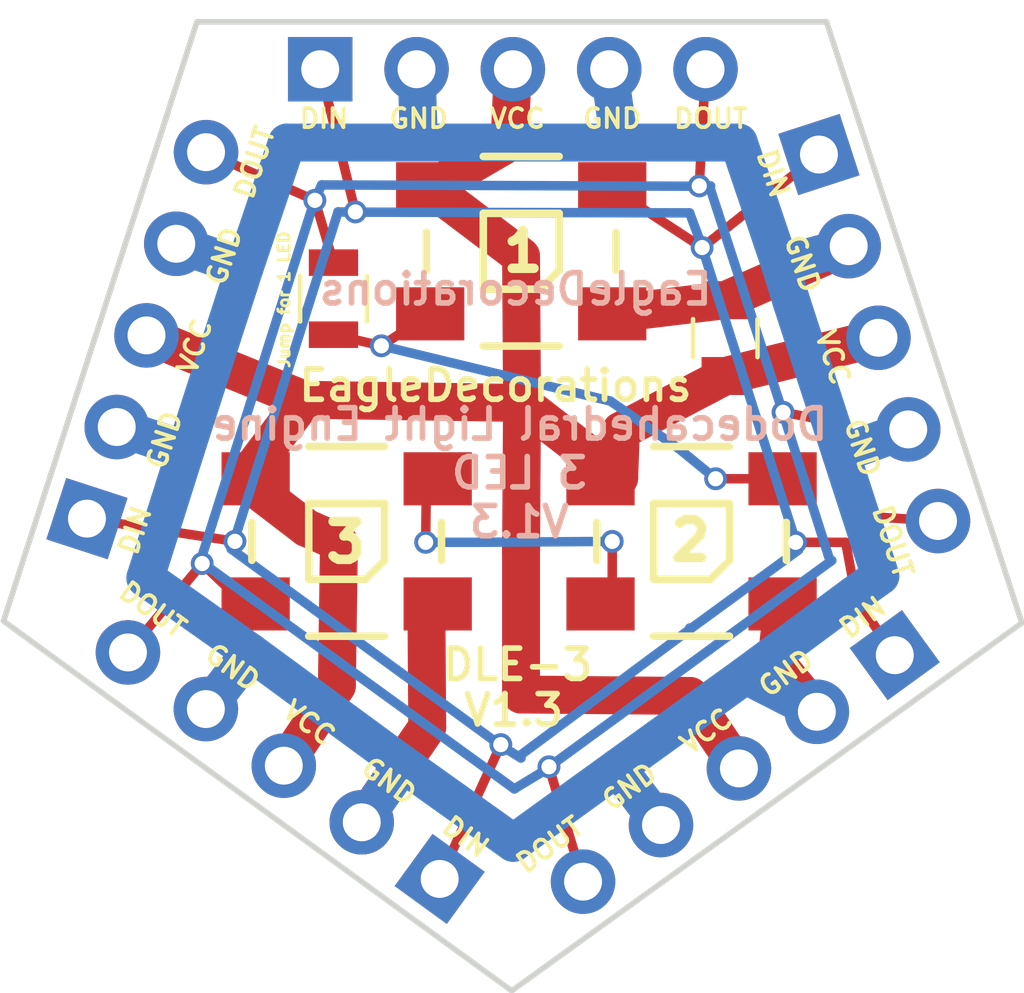
<source format=kicad_pcb>
(kicad_pcb (version 4) (host pcbnew 4.0.7)

  (general
    (links 33)
    (no_connects 2)
    (area 146.106867 80.724999 173.529656 107.125001)
    (thickness 1.6)
    (drawings 15)
    (tracks 149)
    (zones 0)
    (modules 10)
    (nets 9)
  )

  (page A)
  (layers
    (0 F.Cu signal)
    (31 B.Cu signal)
    (32 B.Adhes user)
    (33 F.Adhes user)
    (34 B.Paste user)
    (35 F.Paste user)
    (36 B.SilkS user)
    (37 F.SilkS user)
    (38 B.Mask user)
    (39 F.Mask user)
    (40 Dwgs.User user)
    (41 Cmts.User user)
    (42 Eco1.User user)
    (43 Eco2.User user)
    (44 Edge.Cuts user)
    (45 Margin user)
    (46 B.CrtYd user)
    (47 F.CrtYd user)
    (48 B.Fab user)
    (49 F.Fab user)
  )

  (setup
    (last_trace_width 0.25)
    (user_trace_width 0.5)
    (user_trace_width 1)
    (trace_clearance 0.2)
    (zone_clearance 0.508)
    (zone_45_only no)
    (trace_min 0.2)
    (segment_width 0.2)
    (edge_width 0.15)
    (via_size 0.6)
    (via_drill 0.4)
    (via_min_size 0.4)
    (via_min_drill 0.3)
    (uvia_size 0.3)
    (uvia_drill 0.1)
    (uvias_allowed no)
    (uvia_min_size 0.2)
    (uvia_min_drill 0.1)
    (pcb_text_width 0.3)
    (pcb_text_size 1.5 1.5)
    (mod_edge_width 0.15)
    (mod_text_size 1 1)
    (mod_text_width 0.15)
    (pad_size 1.524 1.524)
    (pad_drill 0.762)
    (pad_to_mask_clearance 0.2)
    (pad_to_paste_clearance -0.003)
    (aux_axis_origin 0 0)
    (visible_elements 7FFFE7FF)
    (pcbplotparams
      (layerselection 0x01008_00000000)
      (usegerberextensions false)
      (excludeedgelayer true)
      (linewidth 0.100000)
      (plotframeref false)
      (viasonmask false)
      (mode 1)
      (useauxorigin false)
      (hpglpennumber 1)
      (hpglpenspeed 20)
      (hpglpendiameter 15)
      (hpglpenoverlay 2)
      (psnegative false)
      (psa4output false)
      (plotreference true)
      (plotvalue true)
      (plotinvisibletext false)
      (padsonsilk false)
      (subtractmaskfromsilk false)
      (outputformat 5)
      (mirror false)
      (drillshape 0)
      (scaleselection 1)
      (outputdirectory SVG/))
  )

  (net 0 "")
  (net 1 /VCC)
  (net 2 /GND)
  (net 3 /DOUT)
  (net 4 /DIN)
  (net 5 "Net-(LED1-Pad4)")
  (net 6 "Net-(LED2-Pad4)")
  (net 7 VCC)
  (net 8 GND)

  (net_class Default "This is the default net class."
    (clearance 0.2)
    (trace_width 0.25)
    (via_dia 0.6)
    (via_drill 0.4)
    (uvia_dia 0.3)
    (uvia_drill 0.1)
    (add_net /DIN)
    (add_net /DOUT)
    (add_net /GND)
    (add_net /VCC)
    (add_net GND)
    (add_net "Net-(LED1-Pad4)")
    (add_net "Net-(LED2-Pad4)")
    (add_net VCC)
  )

  (module WS2812B:WS2812B (layer F.Cu) (tedit 53BEE615) (tstamp 5A4E61E5)
    (at 160.05 87.55 90)
    (path /5A4E626A)
    (fp_text reference " " (at 0 -4.7 90) (layer F.SilkS)
      (effects (font (size 1 1) (thickness 0.2)))
    )
    (fp_text value " " (at 0 4.8 90) (layer F.SilkS) hide
      (effects (font (size 1 1) (thickness 0.2)))
    )
    (fp_line (start -1 -1) (end 1 -1) (layer F.SilkS) (width 0.2))
    (fp_line (start 1 -1) (end 1 1) (layer F.SilkS) (width 0.2))
    (fp_line (start 1 1) (end -0.5 1) (layer F.SilkS) (width 0.2))
    (fp_line (start -0.5 1) (end -1 0.5) (layer F.SilkS) (width 0.2))
    (fp_line (start -1 0.5) (end -1 -1) (layer F.SilkS) (width 0.2))
    (fp_line (start -2.5 -1) (end -2.5 1) (layer F.SilkS) (width 0.2))
    (fp_line (start -0.5 2.5) (end 0.5 2.5) (layer F.SilkS) (width 0.2))
    (fp_line (start 2.5 -1) (end 2.5 1) (layer F.SilkS) (width 0.2))
    (fp_line (start -0.5 -2.5) (end 0.5 -2.5) (layer F.SilkS) (width 0.2))
    (fp_line (start 2.1 2.5) (end 2.5 2.5) (layer Dwgs.User) (width 0.2))
    (fp_line (start -1.2 2.5) (end 1.2 2.5) (layer Dwgs.User) (width 0.2))
    (fp_line (start -2.5 2.5) (end -2.1 2.5) (layer Dwgs.User) (width 0.2))
    (fp_line (start 2.1 -2.5) (end 2.5 -2.5) (layer Dwgs.User) (width 0.2))
    (fp_line (start -1.2 -2.5) (end 1.2 -2.5) (layer Dwgs.User) (width 0.2))
    (fp_line (start -2.5 -2.5) (end -2.1 -2.5) (layer Dwgs.User) (width 0.2))
    (fp_line (start -2.1 -2.7) (end -1.2 -2.7) (layer Dwgs.User) (width 0.2))
    (fp_line (start -1.2 -2.7) (end -1.2 -1.8) (layer Dwgs.User) (width 0.2))
    (fp_line (start -1.2 -1.8) (end -2.1 -1.8) (layer Dwgs.User) (width 0.2))
    (fp_line (start -2.1 -1.8) (end -2.1 -2.7) (layer Dwgs.User) (width 0.2))
    (fp_line (start 2.1 -2.7) (end 1.2 -2.7) (layer Dwgs.User) (width 0.2))
    (fp_line (start 1.2 -2.7) (end 1.2 -1.8) (layer Dwgs.User) (width 0.2))
    (fp_line (start 1.2 -1.8) (end 2.1 -1.8) (layer Dwgs.User) (width 0.2))
    (fp_line (start 2.1 -1.8) (end 2.1 -2.7) (layer Dwgs.User) (width 0.2))
    (fp_line (start -2.1 2.7) (end -2.1 1.8) (layer Dwgs.User) (width 0.2))
    (fp_line (start -2.1 1.8) (end -1.2 1.8) (layer Dwgs.User) (width 0.2))
    (fp_line (start -1.2 1.8) (end -1.2 2.7) (layer Dwgs.User) (width 0.2))
    (fp_line (start -1.2 2.7) (end -2.1 2.7) (layer Dwgs.User) (width 0.2))
    (fp_line (start 1.2 2.7) (end 1.2 1.8) (layer Dwgs.User) (width 0.2))
    (fp_line (start 1.2 1.8) (end 2.1 1.8) (layer Dwgs.User) (width 0.2))
    (fp_line (start 2.1 1.8) (end 2.1 2.7) (layer Dwgs.User) (width 0.2))
    (fp_line (start 2.1 2.7) (end 1.2 2.7) (layer Dwgs.User) (width 0.2))
    (fp_line (start 2.5 -2.5) (end 2.5 2.5) (layer Dwgs.User) (width 0.2))
    (fp_line (start -2.49936 2.49936) (end -2.49936 -2.49936) (layer Dwgs.User) (width 0.2))
    (pad 1 smd rect (at 1.65 -2.4 90) (size 1.4 1.8) (layers F.Cu F.Paste F.Mask)
      (net 1 /VCC))
    (pad 2 smd rect (at -1.65 -2.4 90) (size 1.4 1.8) (layers F.Cu F.Paste F.Mask)
      (net 6 "Net-(LED2-Pad4)"))
    (pad 3 smd rect (at -1.65 2.4 90) (size 1.4 1.8) (layers F.Cu F.Paste F.Mask)
      (net 2 /GND))
    (pad 4 smd rect (at 1.65 2.4 90) (size 1.4 1.8) (layers F.Cu F.Paste F.Mask)
      (net 4 /DIN))
  )

  (module WS2812B:WS2812B (layer F.Cu) (tedit 53BEE615) (tstamp 5A4E61DD)
    (at 164.5412 95.1992 90)
    (path /5A4E621B)
    (fp_text reference " " (at 0 -4.7 90) (layer F.SilkS)
      (effects (font (size 1 1) (thickness 0.2)))
    )
    (fp_text value " " (at 0 4.8 90) (layer F.SilkS) hide
      (effects (font (size 1 1) (thickness 0.2)))
    )
    (fp_line (start -1 -1) (end 1 -1) (layer F.SilkS) (width 0.2))
    (fp_line (start 1 -1) (end 1 1) (layer F.SilkS) (width 0.2))
    (fp_line (start 1 1) (end -0.5 1) (layer F.SilkS) (width 0.2))
    (fp_line (start -0.5 1) (end -1 0.5) (layer F.SilkS) (width 0.2))
    (fp_line (start -1 0.5) (end -1 -1) (layer F.SilkS) (width 0.2))
    (fp_line (start -2.5 -1) (end -2.5 1) (layer F.SilkS) (width 0.2))
    (fp_line (start -0.5 2.5) (end 0.5 2.5) (layer F.SilkS) (width 0.2))
    (fp_line (start 2.5 -1) (end 2.5 1) (layer F.SilkS) (width 0.2))
    (fp_line (start -0.5 -2.5) (end 0.5 -2.5) (layer F.SilkS) (width 0.2))
    (fp_line (start 2.1 2.5) (end 2.5 2.5) (layer Dwgs.User) (width 0.2))
    (fp_line (start -1.2 2.5) (end 1.2 2.5) (layer Dwgs.User) (width 0.2))
    (fp_line (start -2.5 2.5) (end -2.1 2.5) (layer Dwgs.User) (width 0.2))
    (fp_line (start 2.1 -2.5) (end 2.5 -2.5) (layer Dwgs.User) (width 0.2))
    (fp_line (start -1.2 -2.5) (end 1.2 -2.5) (layer Dwgs.User) (width 0.2))
    (fp_line (start -2.5 -2.5) (end -2.1 -2.5) (layer Dwgs.User) (width 0.2))
    (fp_line (start -2.1 -2.7) (end -1.2 -2.7) (layer Dwgs.User) (width 0.2))
    (fp_line (start -1.2 -2.7) (end -1.2 -1.8) (layer Dwgs.User) (width 0.2))
    (fp_line (start -1.2 -1.8) (end -2.1 -1.8) (layer Dwgs.User) (width 0.2))
    (fp_line (start -2.1 -1.8) (end -2.1 -2.7) (layer Dwgs.User) (width 0.2))
    (fp_line (start 2.1 -2.7) (end 1.2 -2.7) (layer Dwgs.User) (width 0.2))
    (fp_line (start 1.2 -2.7) (end 1.2 -1.8) (layer Dwgs.User) (width 0.2))
    (fp_line (start 1.2 -1.8) (end 2.1 -1.8) (layer Dwgs.User) (width 0.2))
    (fp_line (start 2.1 -1.8) (end 2.1 -2.7) (layer Dwgs.User) (width 0.2))
    (fp_line (start -2.1 2.7) (end -2.1 1.8) (layer Dwgs.User) (width 0.2))
    (fp_line (start -2.1 1.8) (end -1.2 1.8) (layer Dwgs.User) (width 0.2))
    (fp_line (start -1.2 1.8) (end -1.2 2.7) (layer Dwgs.User) (width 0.2))
    (fp_line (start -1.2 2.7) (end -2.1 2.7) (layer Dwgs.User) (width 0.2))
    (fp_line (start 1.2 2.7) (end 1.2 1.8) (layer Dwgs.User) (width 0.2))
    (fp_line (start 1.2 1.8) (end 2.1 1.8) (layer Dwgs.User) (width 0.2))
    (fp_line (start 2.1 1.8) (end 2.1 2.7) (layer Dwgs.User) (width 0.2))
    (fp_line (start 2.1 2.7) (end 1.2 2.7) (layer Dwgs.User) (width 0.2))
    (fp_line (start 2.5 -2.5) (end 2.5 2.5) (layer Dwgs.User) (width 0.2))
    (fp_line (start -2.49936 2.49936) (end -2.49936 -2.49936) (layer Dwgs.User) (width 0.2))
    (pad 1 smd rect (at 1.65 -2.4 90) (size 1.4 1.8) (layers F.Cu F.Paste F.Mask)
      (net 1 /VCC))
    (pad 2 smd rect (at -1.65 -2.4 90) (size 1.4 1.8) (layers F.Cu F.Paste F.Mask)
      (net 5 "Net-(LED1-Pad4)"))
    (pad 3 smd rect (at -1.65 2.4 90) (size 1.4 1.8) (layers F.Cu F.Paste F.Mask)
      (net 2 /GND))
    (pad 4 smd rect (at 1.65 2.4 90) (size 1.4 1.8) (layers F.Cu F.Paste F.Mask)
      (net 6 "Net-(LED2-Pad4)"))
  )

  (module WS2812B:WS2812B (layer F.Cu) (tedit 53BEE615) (tstamp 5A4E61D5)
    (at 155.448 95.1992 90)
    (path /5A494509)
    (fp_text reference " " (at 0 -4.7 90) (layer F.SilkS)
      (effects (font (size 1 1) (thickness 0.2)))
    )
    (fp_text value " " (at 0 4.8 90) (layer F.SilkS) hide
      (effects (font (size 1 1) (thickness 0.2)))
    )
    (fp_line (start -1 -1) (end 1 -1) (layer F.SilkS) (width 0.2))
    (fp_line (start 1 -1) (end 1 1) (layer F.SilkS) (width 0.2))
    (fp_line (start 1 1) (end -0.5 1) (layer F.SilkS) (width 0.2))
    (fp_line (start -0.5 1) (end -1 0.5) (layer F.SilkS) (width 0.2))
    (fp_line (start -1 0.5) (end -1 -1) (layer F.SilkS) (width 0.2))
    (fp_line (start -2.5 -1) (end -2.5 1) (layer F.SilkS) (width 0.2))
    (fp_line (start -0.5 2.5) (end 0.5 2.5) (layer F.SilkS) (width 0.2))
    (fp_line (start 2.5 -1) (end 2.5 1) (layer F.SilkS) (width 0.2))
    (fp_line (start -0.5 -2.5) (end 0.5 -2.5) (layer F.SilkS) (width 0.2))
    (fp_line (start 2.1 2.5) (end 2.5 2.5) (layer Dwgs.User) (width 0.2))
    (fp_line (start -1.2 2.5) (end 1.2 2.5) (layer Dwgs.User) (width 0.2))
    (fp_line (start -2.5 2.5) (end -2.1 2.5) (layer Dwgs.User) (width 0.2))
    (fp_line (start 2.1 -2.5) (end 2.5 -2.5) (layer Dwgs.User) (width 0.2))
    (fp_line (start -1.2 -2.5) (end 1.2 -2.5) (layer Dwgs.User) (width 0.2))
    (fp_line (start -2.5 -2.5) (end -2.1 -2.5) (layer Dwgs.User) (width 0.2))
    (fp_line (start -2.1 -2.7) (end -1.2 -2.7) (layer Dwgs.User) (width 0.2))
    (fp_line (start -1.2 -2.7) (end -1.2 -1.8) (layer Dwgs.User) (width 0.2))
    (fp_line (start -1.2 -1.8) (end -2.1 -1.8) (layer Dwgs.User) (width 0.2))
    (fp_line (start -2.1 -1.8) (end -2.1 -2.7) (layer Dwgs.User) (width 0.2))
    (fp_line (start 2.1 -2.7) (end 1.2 -2.7) (layer Dwgs.User) (width 0.2))
    (fp_line (start 1.2 -2.7) (end 1.2 -1.8) (layer Dwgs.User) (width 0.2))
    (fp_line (start 1.2 -1.8) (end 2.1 -1.8) (layer Dwgs.User) (width 0.2))
    (fp_line (start 2.1 -1.8) (end 2.1 -2.7) (layer Dwgs.User) (width 0.2))
    (fp_line (start -2.1 2.7) (end -2.1 1.8) (layer Dwgs.User) (width 0.2))
    (fp_line (start -2.1 1.8) (end -1.2 1.8) (layer Dwgs.User) (width 0.2))
    (fp_line (start -1.2 1.8) (end -1.2 2.7) (layer Dwgs.User) (width 0.2))
    (fp_line (start -1.2 2.7) (end -2.1 2.7) (layer Dwgs.User) (width 0.2))
    (fp_line (start 1.2 2.7) (end 1.2 1.8) (layer Dwgs.User) (width 0.2))
    (fp_line (start 1.2 1.8) (end 2.1 1.8) (layer Dwgs.User) (width 0.2))
    (fp_line (start 2.1 1.8) (end 2.1 2.7) (layer Dwgs.User) (width 0.2))
    (fp_line (start 2.1 2.7) (end 1.2 2.7) (layer Dwgs.User) (width 0.2))
    (fp_line (start 2.5 -2.5) (end 2.5 2.5) (layer Dwgs.User) (width 0.2))
    (fp_line (start -2.49936 2.49936) (end -2.49936 -2.49936) (layer Dwgs.User) (width 0.2))
    (pad 1 smd rect (at 1.65 -2.4 90) (size 1.4 1.8) (layers F.Cu F.Paste F.Mask)
      (net 1 /VCC))
    (pad 2 smd rect (at -1.65 -2.4 90) (size 1.4 1.8) (layers F.Cu F.Paste F.Mask)
      (net 3 /DOUT))
    (pad 3 smd rect (at -1.65 2.4 90) (size 1.4 1.8) (layers F.Cu F.Paste F.Mask)
      (net 2 /GND))
    (pad 4 smd rect (at 1.65 2.4 90) (size 1.4 1.8) (layers F.Cu F.Paste F.Mask)
      (net 5 "Net-(LED1-Pad4)"))
  )

  (module Resistors_SMD:R_0805 (layer F.Cu) (tedit 5A5E56CD) (tstamp 5A5E7D0C)
    (at 155.1 88.8 270)
    (descr "Resistor SMD 0805, reflow soldering, Vishay (see dcrcw.pdf)")
    (tags "resistor 0805")
    (path /5A5E5562)
    (attr smd)
    (fp_text reference " " (at 0 -1.65 270) (layer F.SilkS)
      (effects (font (size 1 1) (thickness 0.15)))
    )
    (fp_text value " " (at 0 1.75 270) (layer F.Fab)
      (effects (font (size 1 1) (thickness 0.15)))
    )
    (fp_text user %R (at 0 0 270) (layer F.Fab)
      (effects (font (size 0.5 0.5) (thickness 0.075)))
    )
    (fp_line (start -1 0.62) (end -1 -0.62) (layer F.Fab) (width 0.1))
    (fp_line (start 1 0.62) (end -1 0.62) (layer F.Fab) (width 0.1))
    (fp_line (start 1 -0.62) (end 1 0.62) (layer F.Fab) (width 0.1))
    (fp_line (start -1 -0.62) (end 1 -0.62) (layer F.Fab) (width 0.1))
    (fp_line (start 0.6 0.88) (end -0.6 0.88) (layer F.SilkS) (width 0.12))
    (fp_line (start -0.6 -0.88) (end 0.6 -0.88) (layer F.SilkS) (width 0.12))
    (fp_line (start -1.55 -0.9) (end 1.55 -0.9) (layer F.CrtYd) (width 0.05))
    (fp_line (start -1.55 -0.9) (end -1.55 0.9) (layer F.CrtYd) (width 0.05))
    (fp_line (start 1.55 0.9) (end 1.55 -0.9) (layer F.CrtYd) (width 0.05))
    (fp_line (start 1.55 0.9) (end -1.55 0.9) (layer F.CrtYd) (width 0.05))
    (pad 1 smd rect (at -0.95 0 270) (size 0.7 1.3) (layers F.Cu F.Paste F.Mask)
      (net 3 /DOUT))
    (pad 2 smd rect (at 0.95 0 270) (size 0.7 1.3) (layers F.Cu F.Paste F.Mask)
      (net 6 "Net-(LED2-Pad4)"))
    (model ${KISYS3DMOD}/Resistors_SMD.3dshapes/R_0805.wrl
      (at (xyz 0 0 0))
      (scale (xyz 1 1 1))
      (rotate (xyz 0 0 0))
    )
  )

  (module SmallHeader:Pin_Header_Straight_1x05_Pitch2.54mm (layer F.Cu) (tedit 5A61258E) (tstamp 5A4D6E33)
    (at 157.9 104.1 234)
    (descr "Through hole straight pin header, 1x05, 2.54mm pitch, single row")
    (tags "Through hole pin header THT 1x05 2.54mm single row")
    (path /5A4CFF95)
    (fp_text reference " " (at 0 -2.33 234) (layer F.SilkS)
      (effects (font (size 1 1) (thickness 0.15)))
    )
    (fp_text value " " (at 0 12.49 234) (layer F.Fab)
      (effects (font (size 1 1) (thickness 0.15)))
    )
    (fp_line (start -1.275 -1.275) (end 1.275 -1.275) (layer F.Fab) (width 0.1))
    (fp_line (start -1.275 1.4) (end -1.275 -1.275) (layer F.Fab) (width 0.1))
    (fp_text user GND (at -1.3 2.6 324) (layer F.SilkS)
      (effects (font (size 0.5 0.5) (thickness 0.1)))
    )
    (fp_text user DOUT (at -1.3 10.3 324) (layer F.SilkS)
      (effects (font (size 0.5 0.5) (thickness 0.1)))
    )
    (fp_text user GND (at -1.3 7.7 324) (layer F.SilkS)
      (effects (font (size 0.5 0.5) (thickness 0.1)))
    )
    (fp_text user DIN (at -1.3 0.1 324) (layer F.SilkS)
      (effects (font (size 0.5 0.5) (thickness 0.1)))
    )
    (fp_text user VCC (at -1.3 5.2 324) (layer F.SilkS)
      (effects (font (size 0.5 0.5) (thickness 0.1)))
    )
    (fp_line (start -0.635 -1.27) (end 1.27 -1.27) (layer F.Fab) (width 0.1))
    (fp_line (start 1.27 -1.27) (end 1.27 11.43) (layer F.Fab) (width 0.1))
    (fp_line (start 1.27 11.43) (end -1.27 11.43) (layer F.Fab) (width 0.1))
    (fp_line (start -1.27 11.43) (end -1.27 -0.635) (layer F.Fab) (width 0.1))
    (fp_line (start -1.8 -1.8) (end -1.8 11.95) (layer F.CrtYd) (width 0.05))
    (fp_line (start -1.8 11.95) (end 1.8 11.95) (layer F.CrtYd) (width 0.05))
    (fp_line (start 1.8 11.95) (end 1.8 -1.8) (layer F.CrtYd) (width 0.05))
    (fp_line (start 1.8 -1.8) (end -1.8 -1.8) (layer F.CrtYd) (width 0.05))
    (fp_text user %R (at 0 5.08 324) (layer F.Fab)
      (effects (font (size 1 1) (thickness 0.15)))
    )
    (pad 1 thru_hole rect (at 0 0 234) (size 1.7 1.7) (drill 1) (layers *.Cu *.Mask)
      (net 4 /DIN))
    (pad 2 thru_hole oval (at 0 2.54 234) (size 1.7 1.7) (drill 1) (layers *.Cu *.Mask)
      (net 2 /GND))
    (pad 3 thru_hole oval (at 0 5.08 234) (size 1.7 1.7) (drill 1) (layers *.Cu *.Mask)
      (net 1 /VCC))
    (pad 4 thru_hole oval (at 0 7.62 234) (size 1.7 1.7) (drill 1) (layers *.Cu *.Mask)
      (net 2 /GND))
    (pad 5 thru_hole oval (at 0 10.16 234) (size 1.7 1.7) (drill 1) (layers *.Cu *.Mask)
      (net 3 /DOUT))
    (model ${KISYS3DMOD}/Pin_Headers.3dshapes/Pin_Header_Straight_1x05_Pitch2.54mm.wrl
      (at (xyz 0 0 0))
      (scale (xyz 1 1 1))
      (rotate (xyz 0 0 0))
    )
  )

  (module SmallHeader:Pin_Header_Straight_1x05_Pitch2.54mm (layer F.Cu) (tedit 5A61258E) (tstamp 5A4D6E1B)
    (at 154.75 82.75 90)
    (descr "Through hole straight pin header, 1x05, 2.54mm pitch, single row")
    (tags "Through hole pin header THT 1x05 2.54mm single row")
    (path /5A4CFE42)
    (fp_text reference " " (at 0 -2.33 90) (layer F.SilkS)
      (effects (font (size 1 1) (thickness 0.15)))
    )
    (fp_text value " " (at 0 12.49 90) (layer F.Fab)
      (effects (font (size 1 1) (thickness 0.15)))
    )
    (fp_line (start -1.275 -1.275) (end 1.275 -1.275) (layer F.Fab) (width 0.1))
    (fp_line (start -1.275 1.4) (end -1.275 -1.275) (layer F.Fab) (width 0.1))
    (fp_text user GND (at -1.3 2.6 180) (layer F.SilkS)
      (effects (font (size 0.5 0.5) (thickness 0.1)))
    )
    (fp_text user DOUT (at -1.3 10.3 180) (layer F.SilkS)
      (effects (font (size 0.5 0.5) (thickness 0.1)))
    )
    (fp_text user GND (at -1.3 7.7 180) (layer F.SilkS)
      (effects (font (size 0.5 0.5) (thickness 0.1)))
    )
    (fp_text user DIN (at -1.3 0.1 180) (layer F.SilkS)
      (effects (font (size 0.5 0.5) (thickness 0.1)))
    )
    (fp_text user VCC (at -1.3 5.2 180) (layer F.SilkS)
      (effects (font (size 0.5 0.5) (thickness 0.1)))
    )
    (fp_line (start -0.635 -1.27) (end 1.27 -1.27) (layer F.Fab) (width 0.1))
    (fp_line (start 1.27 -1.27) (end 1.27 11.43) (layer F.Fab) (width 0.1))
    (fp_line (start 1.27 11.43) (end -1.27 11.43) (layer F.Fab) (width 0.1))
    (fp_line (start -1.27 11.43) (end -1.27 -0.635) (layer F.Fab) (width 0.1))
    (fp_line (start -1.8 -1.8) (end -1.8 11.95) (layer F.CrtYd) (width 0.05))
    (fp_line (start -1.8 11.95) (end 1.8 11.95) (layer F.CrtYd) (width 0.05))
    (fp_line (start 1.8 11.95) (end 1.8 -1.8) (layer F.CrtYd) (width 0.05))
    (fp_line (start 1.8 -1.8) (end -1.8 -1.8) (layer F.CrtYd) (width 0.05))
    (fp_text user %R (at 0 5.08 180) (layer F.Fab)
      (effects (font (size 1 1) (thickness 0.15)))
    )
    (pad 1 thru_hole rect (at 0 0 90) (size 1.7 1.7) (drill 1) (layers *.Cu *.Mask)
      (net 4 /DIN))
    (pad 2 thru_hole oval (at 0 2.54 90) (size 1.7 1.7) (drill 1) (layers *.Cu *.Mask)
      (net 2 /GND))
    (pad 3 thru_hole oval (at 0 5.08 90) (size 1.7 1.7) (drill 1) (layers *.Cu *.Mask)
      (net 1 /VCC))
    (pad 4 thru_hole oval (at 0 7.62 90) (size 1.7 1.7) (drill 1) (layers *.Cu *.Mask)
      (net 2 /GND))
    (pad 5 thru_hole oval (at 0 10.16 90) (size 1.7 1.7) (drill 1) (layers *.Cu *.Mask)
      (net 3 /DOUT))
    (model ${KISYS3DMOD}/Pin_Headers.3dshapes/Pin_Header_Straight_1x05_Pitch2.54mm.wrl
      (at (xyz 0 0 0))
      (scale (xyz 1 1 1))
      (rotate (xyz 0 0 0))
    )
  )

  (module SmallHeader:Pin_Header_Straight_1x05_Pitch2.54mm (layer F.Cu) (tedit 5A61258E) (tstamp 5A4D6E23)
    (at 169.9 98.2 306)
    (descr "Through hole straight pin header, 1x05, 2.54mm pitch, single row")
    (tags "Through hole pin header THT 1x05 2.54mm single row")
    (path /5A4CFF32)
    (fp_text reference " " (at 0 -2.33 306) (layer F.SilkS)
      (effects (font (size 1 1) (thickness 0.15)))
    )
    (fp_text value " " (at 0 12.49 306) (layer F.Fab)
      (effects (font (size 1 1) (thickness 0.15)))
    )
    (fp_line (start -1.275 -1.275) (end 1.275 -1.275) (layer F.Fab) (width 0.1))
    (fp_line (start -1.275 1.4) (end -1.275 -1.275) (layer F.Fab) (width 0.1))
    (fp_text user GND (at -1.3 2.6 396) (layer F.SilkS)
      (effects (font (size 0.5 0.5) (thickness 0.1)))
    )
    (fp_text user DOUT (at -1.3 10.3 396) (layer F.SilkS)
      (effects (font (size 0.5 0.5) (thickness 0.1)))
    )
    (fp_text user GND (at -1.3 7.7 396) (layer F.SilkS)
      (effects (font (size 0.5 0.5) (thickness 0.1)))
    )
    (fp_text user DIN (at -1.3 0.1 396) (layer F.SilkS)
      (effects (font (size 0.5 0.5) (thickness 0.1)))
    )
    (fp_text user VCC (at -1.3 5.2 396) (layer F.SilkS)
      (effects (font (size 0.5 0.5) (thickness 0.1)))
    )
    (fp_line (start -0.635 -1.27) (end 1.27 -1.27) (layer F.Fab) (width 0.1))
    (fp_line (start 1.27 -1.27) (end 1.27 11.43) (layer F.Fab) (width 0.1))
    (fp_line (start 1.27 11.43) (end -1.27 11.43) (layer F.Fab) (width 0.1))
    (fp_line (start -1.27 11.43) (end -1.27 -0.635) (layer F.Fab) (width 0.1))
    (fp_line (start -1.8 -1.8) (end -1.8 11.95) (layer F.CrtYd) (width 0.05))
    (fp_line (start -1.8 11.95) (end 1.8 11.95) (layer F.CrtYd) (width 0.05))
    (fp_line (start 1.8 11.95) (end 1.8 -1.8) (layer F.CrtYd) (width 0.05))
    (fp_line (start 1.8 -1.8) (end -1.8 -1.8) (layer F.CrtYd) (width 0.05))
    (fp_text user %R (at 0 5.08 396) (layer F.Fab)
      (effects (font (size 1 1) (thickness 0.15)))
    )
    (pad 1 thru_hole rect (at 0 0 306) (size 1.7 1.7) (drill 1) (layers *.Cu *.Mask)
      (net 4 /DIN))
    (pad 2 thru_hole oval (at 0 2.54 306) (size 1.7 1.7) (drill 1) (layers *.Cu *.Mask)
      (net 2 /GND))
    (pad 3 thru_hole oval (at 0 5.08 306) (size 1.7 1.7) (drill 1) (layers *.Cu *.Mask)
      (net 1 /VCC))
    (pad 4 thru_hole oval (at 0 7.62 306) (size 1.7 1.7) (drill 1) (layers *.Cu *.Mask)
      (net 2 /GND))
    (pad 5 thru_hole oval (at 0 10.16 306) (size 1.7 1.7) (drill 1) (layers *.Cu *.Mask)
      (net 3 /DOUT))
    (model ${KISYS3DMOD}/Pin_Headers.3dshapes/Pin_Header_Straight_1x05_Pitch2.54mm.wrl
      (at (xyz 0 0 0))
      (scale (xyz 1 1 1))
      (rotate (xyz 0 0 0))
    )
  )

  (module SmallHeader:Pin_Header_Straight_1x05_Pitch2.54mm (layer F.Cu) (tedit 5A61258E) (tstamp 5A4D6E2B)
    (at 167.9 85 18)
    (descr "Through hole straight pin header, 1x05, 2.54mm pitch, single row")
    (tags "Through hole pin header THT 1x05 2.54mm single row")
    (path /5A4CFF68)
    (fp_text reference " " (at 0 -2.33 18) (layer F.SilkS)
      (effects (font (size 1 1) (thickness 0.15)))
    )
    (fp_text value " " (at 0 12.49 18) (layer F.Fab)
      (effects (font (size 1 1) (thickness 0.15)))
    )
    (fp_line (start -1.275 -1.275) (end 1.275 -1.275) (layer F.Fab) (width 0.1))
    (fp_line (start -1.275 1.4) (end -1.275 -1.275) (layer F.Fab) (width 0.1))
    (fp_text user GND (at -1.3 2.6 108) (layer F.SilkS)
      (effects (font (size 0.5 0.5) (thickness 0.1)))
    )
    (fp_text user DOUT (at -1.3 10.3 108) (layer F.SilkS)
      (effects (font (size 0.5 0.5) (thickness 0.1)))
    )
    (fp_text user GND (at -1.3 7.7 108) (layer F.SilkS)
      (effects (font (size 0.5 0.5) (thickness 0.1)))
    )
    (fp_text user DIN (at -1.3 0.1 108) (layer F.SilkS)
      (effects (font (size 0.5 0.5) (thickness 0.1)))
    )
    (fp_text user VCC (at -1.3 5.2 108) (layer F.SilkS)
      (effects (font (size 0.5 0.5) (thickness 0.1)))
    )
    (fp_line (start -0.635 -1.27) (end 1.27 -1.27) (layer F.Fab) (width 0.1))
    (fp_line (start 1.27 -1.27) (end 1.27 11.43) (layer F.Fab) (width 0.1))
    (fp_line (start 1.27 11.43) (end -1.27 11.43) (layer F.Fab) (width 0.1))
    (fp_line (start -1.27 11.43) (end -1.27 -0.635) (layer F.Fab) (width 0.1))
    (fp_line (start -1.8 -1.8) (end -1.8 11.95) (layer F.CrtYd) (width 0.05))
    (fp_line (start -1.8 11.95) (end 1.8 11.95) (layer F.CrtYd) (width 0.05))
    (fp_line (start 1.8 11.95) (end 1.8 -1.8) (layer F.CrtYd) (width 0.05))
    (fp_line (start 1.8 -1.8) (end -1.8 -1.8) (layer F.CrtYd) (width 0.05))
    (fp_text user %R (at 0 5.08 108) (layer F.Fab)
      (effects (font (size 1 1) (thickness 0.15)))
    )
    (pad 1 thru_hole rect (at 0 0 18) (size 1.7 1.7) (drill 1) (layers *.Cu *.Mask)
      (net 4 /DIN))
    (pad 2 thru_hole oval (at 0 2.54 18) (size 1.7 1.7) (drill 1) (layers *.Cu *.Mask)
      (net 2 /GND))
    (pad 3 thru_hole oval (at 0 5.08 18) (size 1.7 1.7) (drill 1) (layers *.Cu *.Mask)
      (net 1 /VCC))
    (pad 4 thru_hole oval (at 0 7.62 18) (size 1.7 1.7) (drill 1) (layers *.Cu *.Mask)
      (net 2 /GND))
    (pad 5 thru_hole oval (at 0 10.16 18) (size 1.7 1.7) (drill 1) (layers *.Cu *.Mask)
      (net 3 /DOUT))
    (model ${KISYS3DMOD}/Pin_Headers.3dshapes/Pin_Header_Straight_1x05_Pitch2.54mm.wrl
      (at (xyz 0 0 0))
      (scale (xyz 1 1 1))
      (rotate (xyz 0 0 0))
    )
  )

  (module SmallHeader:Pin_Header_Straight_1x05_Pitch2.54mm (layer F.Cu) (tedit 5A61258E) (tstamp 5A4D6E3B)
    (at 148.6 94.6 162)
    (descr "Through hole straight pin header, 1x05, 2.54mm pitch, single row")
    (tags "Through hole pin header THT 1x05 2.54mm single row")
    (path /5A4CFF73)
    (fp_text reference " " (at 0 -2.33 162) (layer F.SilkS)
      (effects (font (size 1 1) (thickness 0.15)))
    )
    (fp_text value " " (at 0 12.49 162) (layer F.Fab)
      (effects (font (size 1 1) (thickness 0.15)))
    )
    (fp_line (start -1.275 -1.275) (end 1.275 -1.275) (layer F.Fab) (width 0.1))
    (fp_line (start -1.275 1.4) (end -1.275 -1.275) (layer F.Fab) (width 0.1))
    (fp_text user GND (at -1.3 2.6 252) (layer F.SilkS)
      (effects (font (size 0.5 0.5) (thickness 0.1)))
    )
    (fp_text user DOUT (at -1.3 10.3 252) (layer F.SilkS)
      (effects (font (size 0.5 0.5) (thickness 0.1)))
    )
    (fp_text user GND (at -1.3 7.7 252) (layer F.SilkS)
      (effects (font (size 0.5 0.5) (thickness 0.1)))
    )
    (fp_text user DIN (at -1.3 0.1 252) (layer F.SilkS)
      (effects (font (size 0.5 0.5) (thickness 0.1)))
    )
    (fp_text user VCC (at -1.3 5.2 252) (layer F.SilkS)
      (effects (font (size 0.5 0.5) (thickness 0.1)))
    )
    (fp_line (start -0.635 -1.27) (end 1.27 -1.27) (layer F.Fab) (width 0.1))
    (fp_line (start 1.27 -1.27) (end 1.27 11.43) (layer F.Fab) (width 0.1))
    (fp_line (start 1.27 11.43) (end -1.27 11.43) (layer F.Fab) (width 0.1))
    (fp_line (start -1.27 11.43) (end -1.27 -0.635) (layer F.Fab) (width 0.1))
    (fp_line (start -1.8 -1.8) (end -1.8 11.95) (layer F.CrtYd) (width 0.05))
    (fp_line (start -1.8 11.95) (end 1.8 11.95) (layer F.CrtYd) (width 0.05))
    (fp_line (start 1.8 11.95) (end 1.8 -1.8) (layer F.CrtYd) (width 0.05))
    (fp_line (start 1.8 -1.8) (end -1.8 -1.8) (layer F.CrtYd) (width 0.05))
    (fp_text user %R (at 0 5.08 252) (layer F.Fab)
      (effects (font (size 1 1) (thickness 0.15)))
    )
    (pad 1 thru_hole rect (at 0 0 162) (size 1.7 1.7) (drill 1) (layers *.Cu *.Mask)
      (net 4 /DIN))
    (pad 2 thru_hole oval (at 0 2.54 162) (size 1.7 1.7) (drill 1) (layers *.Cu *.Mask)
      (net 2 /GND))
    (pad 3 thru_hole oval (at 0 5.08 162) (size 1.7 1.7) (drill 1) (layers *.Cu *.Mask)
      (net 1 /VCC))
    (pad 4 thru_hole oval (at 0 7.62 162) (size 1.7 1.7) (drill 1) (layers *.Cu *.Mask)
      (net 2 /GND))
    (pad 5 thru_hole oval (at 0 10.16 162) (size 1.7 1.7) (drill 1) (layers *.Cu *.Mask)
      (net 3 /DOUT))
    (model ${KISYS3DMOD}/Pin_Headers.3dshapes/Pin_Header_Straight_1x05_Pitch2.54mm.wrl
      (at (xyz 0 0 0))
      (scale (xyz 1 1 1))
      (rotate (xyz 0 0 0))
    )
  )

  (module Capacitors_SMD:C_0805 (layer F.Cu) (tedit 5ADD47CE) (tstamp 5ADD4602)
    (at 165.43 89.84 90)
    (descr "Capacitor SMD 0805, reflow soldering, AVX (see smccp.pdf)")
    (tags "capacitor 0805")
    (path /5ADD44D3)
    (attr smd)
    (fp_text reference " " (at 0 -1.5 90) (layer F.SilkS)
      (effects (font (size 1 1) (thickness 0.15)))
    )
    (fp_text value "" (at 0 1.75 90) (layer F.Fab)
      (effects (font (size 1 1) (thickness 0.15)))
    )
    (fp_text user %R (at 0 -1.5 90) (layer F.Fab)
      (effects (font (size 1 1) (thickness 0.15)))
    )
    (fp_line (start -1 0.62) (end -1 -0.62) (layer F.Fab) (width 0.1))
    (fp_line (start 1 0.62) (end -1 0.62) (layer F.Fab) (width 0.1))
    (fp_line (start 1 -0.62) (end 1 0.62) (layer F.Fab) (width 0.1))
    (fp_line (start -1 -0.62) (end 1 -0.62) (layer F.Fab) (width 0.1))
    (fp_line (start 0.5 -0.85) (end -0.5 -0.85) (layer F.SilkS) (width 0.12))
    (fp_line (start -0.5 0.85) (end 0.5 0.85) (layer F.SilkS) (width 0.12))
    (fp_line (start -1.75 -0.88) (end 1.75 -0.88) (layer F.CrtYd) (width 0.05))
    (fp_line (start -1.75 -0.88) (end -1.75 0.87) (layer F.CrtYd) (width 0.05))
    (fp_line (start 1.75 0.87) (end 1.75 -0.88) (layer F.CrtYd) (width 0.05))
    (fp_line (start 1.75 0.87) (end -1.75 0.87) (layer F.CrtYd) (width 0.05))
    (pad 1 smd rect (at -1 0 90) (size 1 1.25) (layers F.Cu F.Paste F.Mask)
      (net 7 VCC))
    (pad 2 smd rect (at 1 0 90) (size 1 1.25) (layers F.Cu F.Paste F.Mask)
      (net 8 GND))
    (model Capacitors_SMD.3dshapes/C_0805.wrl
      (at (xyz 0 0 0))
      (scale (xyz 1 1 1))
      (rotate (xyz 0 0 0))
    )
  )

  (gr_text 2 (at 164.5158 95.1738) (layer F.SilkS)
    (effects (font (size 1 1) (thickness 0.25)))
  )
  (gr_text 3 (at 155.4226 95.2246) (layer F.SilkS)
    (effects (font (size 1 1) (thickness 0.25)))
  )
  (gr_text 1 (at 160.1 87.55) (layer F.SilkS)
    (effects (font (size 1 1) (thickness 0.25)))
  )
  (gr_text "Dodecahedral Light Engine\n3 LED\nV1.3" (at 160 93.4) (layer B.SilkS)
    (effects (font (size 0.8 0.8) (thickness 0.15)) (justify mirror))
  )
  (gr_text EagleDecorations (at 159.9 88.55) (layer B.SilkS)
    (effects (font (size 0.8 0.8) (thickness 0.15)) (justify mirror))
  )
  (gr_text "Jump for 1 LED" (at 153.797 88.8238 90) (layer F.SilkS)
    (effects (font (size 0.3 0.3) (thickness 0.075)))
  )
  (gr_line (start 151.5 81.5) (end 146.4 97.3) (angle 90) (layer Edge.Cuts) (width 0.15))
  (gr_line (start 168.1 81.5) (end 151.5 81.5) (angle 90) (layer Edge.Cuts) (width 0.15))
  (gr_line (start 173.25 97.35) (end 168.1 81.5) (angle 90) (layer Edge.Cuts) (width 0.15))
  (gr_line (start 159.8 107.05) (end 173.25 97.35) (angle 90) (layer Edge.Cuts) (width 0.15))
  (gr_line (start 146.4 97.3) (end 159.8 107.05) (angle 90) (layer Edge.Cuts) (width 0.15))
  (gr_text V1.3 (at 159.85 99.65) (layer F.SilkS)
    (effects (font (size 0.8 0.8) (thickness 0.15)))
  )
  (gr_text DLE-3 (at 159.95 98.45) (layer F.SilkS)
    (effects (font (size 0.8 0.8) (thickness 0.15)))
  )
  (gr_text EagleDecorations (at 159.37 91.09) (layer F.SilkS)
    (effects (font (size 0.8 0.8) (thickness 0.15)))
  )
  (gr_line (start 146.404628 97.295691) (end 150.7705 83.85892) (layer Edge.Cuts) (width 0.1))

  (segment (start 164.53104 91.53144) (end 164.527313 91.539467) (width 0.5) (layer F.Cu) (net 0) (tstamp 5A4E5ADC))
  (segment (start 160.071797 91.55079) (end 160.0454 95.4532) (width 1) (layer F.Cu) (net 1) (tstamp 5ADD4F0D))
  (segment (start 160.0454 95.4532) (end 160.0454 95.453199) (width 1) (layer F.Cu) (net 1) (tstamp 5ADD4F10))
  (segment (start 154.3304 91.4654) (end 160.071797 91.55079) (width 1) (layer F.Cu) (net 1) (tstamp 5ADD4DFF))
  (segment (start 155.189292 99.009373) (end 153.790194 101.114051) (width 1) (layer F.Cu) (net 1) (tstamp 5AA2C536))
  (segment (start 165.790194 101.185949) (end 164.5 99.275) (width 1) (layer F.Cu) (net 1) (tstamp 5AA027F3))
  (segment (start 164.5 99.275) (end 160.0454 99.2378) (width 1) (layer F.Cu) (net 1) (tstamp 5AA027F6))
  (segment (start 160.0454 99.2378) (end 160.0454 95.453199) (width 1) (layer F.Cu) (net 1) (tstamp 5AA027FE))
  (segment (start 160.0454 95.453199) (end 160.054302 95.211436) (width 1) (layer F.Cu) (net 1) (tstamp 5ADD4F11))
  (segment (start 160.054302 95.211436) (end 160.070362 95.211432) (width 0.5) (layer F.Cu) (net 1) (tstamp 5AA02803))
  (segment (start 155.188983 99.038058) (end 155.189292 99.009373) (width 0.5) (layer F.Cu) (net 1) (tstamp 5A4E5B09))
  (segment (start 155.189292 99.009373) (end 155.2448 95.2246) (width 1) (layer F.Cu) (net 1) (tstamp 5AA2C534))
  (segment (start 150.169806 89.768633) (end 154.3304 91.4654) (width 1) (layer F.Cu) (net 1) (tstamp 5A5E3848))
  (segment (start 154.3304 91.4654) (end 152.75 93.55) (width 1) (layer F.Cu) (net 1) (tstamp 5A5E3849) (status 20))
  (segment (start 159.83 82.75) (end 159.7406 84.6836) (width 1) (layer F.Cu) (net 1) (tstamp 5A5E383C) (status 20))
  (segment (start 159.7406 84.6836) (end 157.65 85.9) (width 1) (layer F.Cu) (net 1) (tstamp 5ADD4D45) (status 20))
  (segment (start 152.66872 93.52968) (end 154.386116 94.845215) (width 1) (layer F.Cu) (net 1) (tstamp 5A4E5AFD) (status 10))
  (segment (start 157.69064 85.9) (end 160.0454 87.6808) (width 1) (layer F.Cu) (net 1) (tstamp 5A4E5AC5) (status 10))
  (segment (start 160.0454 87.6808) (end 160.071797 91.55079) (width 1) (layer F.Cu) (net 1) (tstamp 5A4E5AC9))
  (segment (start 154.386116 94.845215) (end 154.387716 94.846421) (width 0.25) (layer F.Cu) (net 1) (tstamp 5A4D74C6))
  (segment (start 152.66872 93.52968) (end 152.66872 93.52968) (width 0.25) (layer F.Cu) (net 1) (tstamp 5A4D7139) (status 30))
  (segment (start 154.386116 94.845215) (end 155.2448 95.2246) (width 1) (layer F.Cu) (net 1) (tstamp 5A4E5AFE))
  (segment (start 160.071797 91.55079) (end 162.63288 93.52968) (width 1) (layer F.Cu) (net 1) (tstamp 5A4E5ACD) (status 20))
  (segment (start 162.678836 92.281612) (end 162.63288 93.52968) (width 1) (layer F.Cu) (net 1) (tstamp 5ADD48E0) (status 20))
  (segment (start 162.678836 92.28161) (end 162.678836 92.281612) (width 0.5) (layer F.Cu) (net 1) (tstamp 5ADD48DF))
  (segment (start 162.68 92.25) (end 162.678836 92.281612) (width 0.5) (layer F.Cu) (net 1) (tstamp 5A4E5ADE) (status 20))
  (segment (start 167.845097 99.692975) (end 166.7764 98.3996) (width 1) (layer F.Cu) (net 2) (tstamp 5ADE5CB5))
  (segment (start 166.7764 98.3996) (end 166.9412 96.8492) (width 1) (layer F.Cu) (net 2) (tstamp 5ADE5CB9))
  (segment (start 155.845097 102.607025) (end 156.9212 101.0666) (width 1) (layer B.Cu) (net 2) (tstamp 5ADD4A0B))
  (segment (start 165.43 88.84) (end 162.45 89.2) (width 1) (layer F.Cu) (net 2) (tstamp 5ADD48C7))
  (segment (start 159.8422 103.1494) (end 162.5854 101.1682) (width 1) (layer B.Cu) (net 2) (tstamp 5A5E4D45))
  (segment (start 156.9212 101.0666) (end 159.8422 103.1494) (width 1) (layer B.Cu) (net 2) (tstamp 5A5E4D5A))
  (segment (start 155.845097 102.607025) (end 157.571927 100.099783) (width 1) (layer F.Cu) (net 2) (tstamp 5A5E4DA6))
  (segment (start 157.571927 100.099783) (end 157.55 96.85) (width 1) (layer F.Cu) (net 2) (tstamp 5A5E4DA7) (status 20))
  (segment (start 168.8084 96.6216) (end 168.80815 96.621255) (width 0.5) (layer B.Cu) (net 2) (tstamp 5A5E4D97))
  (segment (start 167.221744 88.887308) (end 167.1828 88.9) (width 0.5) (layer B.Cu) (net 2) (tstamp 5A5E4D8F))
  (segment (start 150.954709 87.352949) (end 152.7556 87.9856) (width 1) (layer B.Cu) (net 2) (tstamp 5A5E4D87))
  (segment (start 152.7556 87.9856) (end 152.7556 87.985601) (width 0.5) (layer B.Cu) (net 2) (tstamp 5A5E4D89))
  (segment (start 149.384903 92.184316) (end 151.2062 92.7862) (width 1) (layer B.Cu) (net 2) (tstamp 5A5E4D82))
  (segment (start 151.2062 92.7862) (end 151.2062 92.786199) (width 0.5) (layer B.Cu) (net 2) (tstamp 5A5E4D84))
  (segment (start 157.29 82.75) (end 157.353 84.6836) (width 1) (layer B.Cu) (net 2) (tstamp 5A5E4D7A) (status 10))
  (segment (start 162.37 82.75) (end 162.6362 84.6836) (width 1) (layer B.Cu) (net 2) (tstamp 5A5E4D75) (status 10))
  (segment (start 168.684903 87.415684) (end 166.878 87.9094) (width 1) (layer B.Cu) (net 2) (tstamp 5A5E4D70))
  (segment (start 170.254709 92.247051) (end 168.4782 92.8878) (width 1) (layer B.Cu) (net 2) (tstamp 5A5E4D6B))
  (segment (start 167.845097 99.692975) (end 165.9636 98.7298) (width 1) (layer B.Cu) (net 2) (tstamp 5A5E4D66))
  (segment (start 163.735291 102.678924) (end 162.5854 101.1682) (width 1) (layer B.Cu) (net 2) (tstamp 5A5E4D61))
  (segment (start 153.8732 84.6836) (end 152.7556 87.985601) (width 1) (layer B.Cu) (net 2) (tstamp 5A5E4D42))
  (segment (start 152.7556 87.985601) (end 151.2062 92.786199) (width 1) (layer B.Cu) (net 2) (tstamp 5A5E4D8A))
  (segment (start 151.2062 92.786199) (end 150.1394 96.1644) (width 1) (layer B.Cu) (net 2) (tstamp 5A5E4D85))
  (segment (start 165.7858 84.6836) (end 162.6362 84.6836) (width 1) (layer B.Cu) (net 2) (tstamp 5A5E4D49))
  (segment (start 162.6362 84.6836) (end 157.353 84.6836) (width 1) (layer B.Cu) (net 2) (tstamp 5A5E4D78))
  (segment (start 157.353 84.6836) (end 153.8732 84.6836) (width 1) (layer B.Cu) (net 2) (tstamp 5A5E4D7D))
  (segment (start 169.5196 96.1136) (end 168.4782 92.8878) (width 1) (layer B.Cu) (net 2) (tstamp 5A5E4D47))
  (segment (start 168.4782 92.8878) (end 167.1828 88.9) (width 1) (layer B.Cu) (net 2) (tstamp 5A5E4D6E))
  (segment (start 167.1828 88.9) (end 166.878 87.9094) (width 1) (layer B.Cu) (net 2) (tstamp 5A5E4D92))
  (segment (start 166.878 87.9094) (end 165.7858 84.6836) (width 1) (layer B.Cu) (net 2) (tstamp 5A5E4D73))
  (segment (start 162.5854 101.1682) (end 165.9636 98.7298) (width 1) (layer B.Cu) (net 2) (tstamp 5A5E4D64))
  (segment (start 165.9636 98.7298) (end 168.80815 96.621255) (width 1) (layer B.Cu) (net 2) (tstamp 5A5E4D69))
  (segment (start 168.80815 96.621255) (end 169.5196 96.1136) (width 1) (layer B.Cu) (net 2) (tstamp 5A5E4D9A))
  (segment (start 150.1394 96.1644) (end 152.908 98.1202) (width 1) (layer B.Cu) (net 2) (tstamp 5A5E4D43))
  (segment (start 152.908 98.1202) (end 156.9212 101.0666) (width 1) (layer B.Cu) (net 2) (tstamp 5A5E4D55))
  (segment (start 151.735291 99.621076) (end 152.908 98.1202) (width 1) (layer B.Cu) (net 2) (tstamp 5A5E4D52))
  (segment (start 155.1 87.85) (end 154.6098 86.2076) (width 0.25) (layer F.Cu) (net 3) (tstamp 5A5E7D51))
  (segment (start 151.739613 84.937266) (end 154.6098 86.2076) (width 0.25) (layer F.Cu) (net 3) (tstamp 5A5E4E1C))
  (segment (start 154.600008 86.204449) (end 154.600008 86.20445) (width 0.25) (layer B.Cu) (net 3) (tstamp 5A5E4E21))
  (segment (start 154.6098 86.2076) (end 154.600008 86.204449) (width 0.25) (layer B.Cu) (net 3) (tstamp 5A5E4E1F))
  (via (at 154.6098 86.2076) (size 0.6) (drill 0.4) (layers F.Cu B.Cu) (net 3))
  (segment (start 164.91 82.75) (end 164.7444 85.8266) (width 0.25) (layer F.Cu) (net 3) (tstamp 5A5E4E14) (status 10))
  (segment (start 164.7444 85.8266) (end 164.744392 85.835988) (width 0.25) (layer B.Cu) (net 3) (tstamp 5A5E4E17))
  (via (at 164.7444 85.8266) (size 0.6) (drill 0.4) (layers F.Cu B.Cu) (net 3))
  (segment (start 171.039613 94.662734) (end 169.1386 94.5388) (width 0.25) (layer F.Cu) (net 3) (tstamp 5A5E4E06))
  (segment (start 169.1386 94.5388) (end 168.3004 92.0496) (width 0.25) (layer F.Cu) (net 3) (tstamp 5ADE5C67))
  (segment (start 168.3004 92.0496) (end 166.9542 91.7956) (width 0.25) (layer F.Cu) (net 3) (tstamp 5ADE5C57))
  (segment (start 166.946405 91.79812) (end 166.946405 91.798119) (width 0.25) (layer B.Cu) (net 3) (tstamp 5A5E4E0B))
  (segment (start 166.9542 91.7956) (end 166.946405 91.79812) (width 0.25) (layer B.Cu) (net 3) (tstamp 5A5E4E09))
  (via (at 166.9542 91.7956) (size 0.6) (drill 0.4) (layers F.Cu B.Cu) (net 3))
  (segment (start 161.680387 104.171898) (end 160.782 101.1428) (width 0.25) (layer F.Cu) (net 3) (tstamp 5A5E4DFE))
  (segment (start 160.782 101.1428) (end 160.783648 101.14505) (width 0.25) (layer B.Cu) (net 3) (tstamp 5A5E4E01))
  (via (at 160.782 101.1428) (size 0.6) (drill 0.4) (layers F.Cu B.Cu) (net 3))
  (segment (start 149.680387 98.128102) (end 151.638 95.7834) (width 0.25) (layer F.Cu) (net 3) (tstamp 5A5E4DFB))
  (segment (start 152.75 96.85) (end 151.638 95.7834) (width 0.25) (layer F.Cu) (net 3) (tstamp 5A5E4DF3) (status 10))
  (segment (start 151.638 95.7834) (end 151.648263 95.769339) (width 0.25) (layer B.Cu) (net 3) (tstamp 5A5E4DF6))
  (via (at 151.638 95.7834) (size 0.6) (drill 0.4) (layers F.Cu B.Cu) (net 3))
  (segment (start 160.582 101.2928) (end 160.783648 101.14505) (width 0.25) (layer B.Cu) (net 3) (tstamp 5A5E4DCD))
  (segment (start 160.783648 101.14505) (end 168.1988 95.7326) (width 0.25) (layer B.Cu) (net 3) (tstamp 5A5E4E04))
  (segment (start 154.7876 85.8012) (end 154.600008 86.20445) (width 0.25) (layer B.Cu) (net 3) (tstamp 5A5E4DCA))
  (segment (start 154.600008 86.20445) (end 151.588 95.7334) (width 0.25) (layer B.Cu) (net 3) (tstamp 5A5E4E22))
  (segment (start 151.588 95.7334) (end 151.648263 95.769339) (width 0.25) (layer B.Cu) (net 3) (tstamp 5A5E4DCB))
  (segment (start 151.648263 95.769339) (end 159.8676 101.727) (width 0.25) (layer B.Cu) (net 3) (tstamp 5A5E4DF9))
  (segment (start 159.8676 101.727) (end 160.582 101.2928) (width 0.25) (layer B.Cu) (net 3) (tstamp 5A5E4E2D))
  (segment (start 165.014898 85.836231) (end 164.744392 85.835988) (width 0.25) (layer B.Cu) (net 3) (tstamp 5A5E4DC5))
  (segment (start 164.744392 85.835988) (end 154.7876 85.8012) (width 0.25) (layer B.Cu) (net 3) (tstamp 5A5E4E1A))
  (segment (start 154.7876 85.8012) (end 154.78751 85.8012) (width 0.25) (layer B.Cu) (net 3) (tstamp 5A5E4DC8))
  (segment (start 165.014898 85.836231) (end 166.946405 91.798119) (width 0.25) (layer B.Cu) (net 3) (tstamp 5A5E4DC0))
  (segment (start 166.946405 91.798119) (end 168.1988 95.7326) (width 0.25) (layer B.Cu) (net 3) (tstamp 5A5E4E0C))
  (segment (start 165.0444 85.8266) (end 165.014898 85.836231) (width 0.25) (layer B.Cu) (net 3) (tstamp 5A4D717F))
  (segment (start 168.1988 95.7326) (end 168.240797 95.703169) (width 0.25) (layer B.Cu) (net 3) (tstamp 5A5E4DC3))
  (segment (start 169.9 98.2) (end 168.8846 96.7232) (width 0.25) (layer F.Cu) (net 4) (tstamp 5ADE5CCA))
  (segment (start 167.2844 95.2246) (end 167.294868 95.221268) (width 0.25) (layer B.Cu) (net 4) (tstamp 5ADE5CD9))
  (via (at 167.2844 95.2246) (size 0.6) (drill 0.4) (layers F.Cu B.Cu) (net 4))
  (segment (start 168.6052 95.2246) (end 167.2844 95.2246) (width 0.25) (layer F.Cu) (net 4) (tstamp 5ADE5CD4))
  (segment (start 168.8846 96.7232) (end 168.6052 95.2246) (width 0.25) (layer F.Cu) (net 4) (tstamp 5ADE5CCD))
  (segment (start 159.9946 100.8634) (end 164.508059 97.509423) (width 0.25) (layer B.Cu) (net 4) (tstamp 5A5E4E33))
  (segment (start 164.508059 97.509423) (end 167.3606 95.4278) (width 0.25) (layer B.Cu) (net 4) (tstamp 5A5E4E50))
  (segment (start 152.4016 95.3992) (end 159.499722 100.575429) (width 0.25) (layer B.Cu) (net 4) (tstamp 5A5E4E3A))
  (segment (start 159.499722 100.575429) (end 160.0446 100.9134) (width 0.25) (layer B.Cu) (net 4) (tstamp 5A5E4E7F))
  (segment (start 155.2194 86.5124) (end 152.479154 95.192048) (width 0.25) (layer B.Cu) (net 4) (tstamp 5A5E4E38))
  (segment (start 152.479154 95.192048) (end 152.4016 95.3992) (width 0.25) (layer B.Cu) (net 4) (tstamp 5A5E4E6C))
  (segment (start 164.4904 86.5378) (end 155.676526 86.519616) (width 0.25) (layer B.Cu) (net 4) (tstamp 5A5E4E36))
  (segment (start 155.676526 86.519616) (end 155.2194 86.5124) (width 0.25) (layer B.Cu) (net 4) (tstamp 5A5E4E63))
  (segment (start 167.3606 95.4278) (end 167.294868 95.221268) (width 0.25) (layer B.Cu) (net 4) (tstamp 5A5E4E34))
  (segment (start 167.294868 95.221268) (end 164.822082 87.451704) (width 0.25) (layer B.Cu) (net 4) (tstamp 5ADE5CDC))
  (segment (start 164.822082 87.451704) (end 164.756769 87.256836) (width 0.25) (layer B.Cu) (net 4) (tstamp 5A5E4E58))
  (segment (start 164.756769 87.256836) (end 164.4904 86.5378) (width 0.25) (layer B.Cu) (net 4) (tstamp 5A5E4EA5))
  (segment (start 154.75 82.75) (end 155.6766 86.5124) (width 0.25) (layer F.Cu) (net 4) (tstamp 5A5E4F1E) (status 10))
  (via (at 155.6766 86.5124) (size 0.6) (drill 0.4) (layers F.Cu B.Cu) (net 4))
  (segment (start 155.6766 86.5124) (end 155.676526 86.519616) (width 0.25) (layer B.Cu) (net 4) (tstamp 5A5E4F25))
  (segment (start 162.45 85.9) (end 164.8206 87.4522) (width 0.25) (layer F.Cu) (net 4) (tstamp 5A5E4EC0) (status 10))
  (segment (start 167.9 85) (end 164.8206 87.4522) (width 0.25) (layer F.Cu) (net 4) (tstamp 5A5E4EB3))
  (via (at 164.8206 87.4522) (size 0.6) (drill 0.4) (layers F.Cu B.Cu) (net 4))
  (segment (start 164.8206 87.4522) (end 164.822082 87.451704) (width 0.25) (layer B.Cu) (net 4) (tstamp 5A5E4EB8))
  (segment (start 157.9 104.1) (end 159.512 100.5586) (width 0.25) (layer F.Cu) (net 4) (tstamp 5A5E4E77))
  (segment (start 159.512 100.5586) (end 159.499722 100.575429) (width 0.25) (layer B.Cu) (net 4) (tstamp 5A5E4E7C))
  (via (at 159.512 100.5586) (size 0.6) (drill 0.4) (layers F.Cu B.Cu) (net 4))
  (segment (start 148.6 94.6) (end 152.5016 95.1992) (width 0.25) (layer F.Cu) (net 4) (tstamp 5A5E4E66))
  (segment (start 152.479154 95.192047) (end 152.479154 95.192048) (width 0.25) (layer B.Cu) (net 4) (tstamp 5A5E4E6B))
  (segment (start 152.5016 95.1992) (end 152.479154 95.192047) (width 0.25) (layer B.Cu) (net 4) (tstamp 5A5E4E69))
  (via (at 152.5016 95.1992) (size 0.6) (drill 0.4) (layers F.Cu B.Cu) (net 4))
  (segment (start 155.6766 86.5124) (end 155.676526 86.519616) (width 0.25) (layer B.Cu) (net 4) (tstamp 5A5E4E60))
  (segment (start 164.822082 87.451703) (end 164.822082 87.451704) (width 0.25) (layer B.Cu) (net 4) (tstamp 5A5E4E57))
  (segment (start 164.8206 87.4522) (end 164.822082 87.451703) (width 0.25) (layer B.Cu) (net 4) (tstamp 5A5E4E55))
  (segment (start 164.4904 97.4852) (end 164.508059 97.509423) (width 0.25) (layer B.Cu) (net 4) (tstamp 5A5E4E4D))
  (segment (start 162.45 96.85) (end 162.45 95.2) (width 0.25) (layer F.Cu) (net 5) (tstamp 5A4E6327) (status 10))
  (segment (start 157.5308 95.2246) (end 157.55 93.55) (width 0.25) (layer F.Cu) (net 5) (tstamp 5A4E6334) (status 20))
  (via (at 157.5308 95.2246) (size 0.6) (drill 0.4) (layers F.Cu B.Cu) (net 5))
  (segment (start 158.9024 95.2246) (end 157.5308 95.2246) (width 0.25) (layer B.Cu) (net 5) (tstamp 5A4E632E))
  (segment (start 162.45 95.2) (end 158.9024 95.2246) (width 0.25) (layer B.Cu) (net 5) (tstamp 5A4E632D))
  (via (at 162.45 95.2) (size 0.6) (drill 0.4) (layers F.Cu B.Cu) (net 5))
  (segment (start 156.3624 90.043) (end 155.1 89.75) (width 0.25) (layer F.Cu) (net 6) (tstamp 5A5E7D54))
  (segment (start 157.65 89.2) (end 156.3624 90.043) (width 0.25) (layer F.Cu) (net 6) (tstamp 5A4E62EC) (status 10))
  (segment (start 165.1762 93.5482) (end 167.25 93.55) (width 0.25) (layer F.Cu) (net 6) (tstamp 5A4E6303) (status 20))
  (via (at 165.1762 93.5482) (size 0.6) (drill 0.4) (layers F.Cu B.Cu) (net 6))
  (segment (start 164.2 92.75) (end 165.1762 93.5482) (width 0.25) (layer B.Cu) (net 6) (tstamp 5A4E62FA))
  (segment (start 162.4 91.5) (end 164.2 92.75) (width 0.25) (layer B.Cu) (net 6) (tstamp 5A4E62F5))
  (segment (start 156.3624 90.043) (end 162.4 91.5) (width 0.25) (layer B.Cu) (net 6) (tstamp 5A4E62F2))
  (via (at 156.3624 90.043) (size 0.6) (drill 0.4) (layers F.Cu B.Cu) (net 6))
  (segment (start 169.469806 89.831367) (end 165.43 90.84) (width 1) (layer F.Cu) (net 7) (tstamp 5ADD48D9))
  (segment (start 165.43 90.84) (end 162.678836 92.28161) (width 1) (layer F.Cu) (net 7) (tstamp 5ADD48DB))
  (segment (start 168.684903 87.415684) (end 165.43 88.84) (width 1) (layer F.Cu) (net 8) (tstamp 5ADD48C5))

)

</source>
